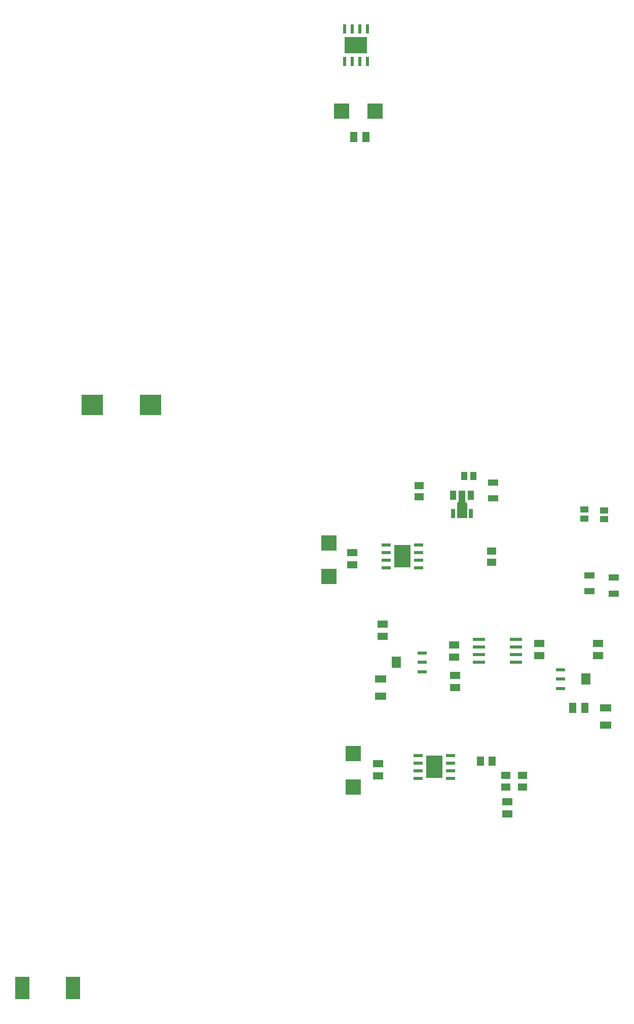
<source format=gtp>
G04 Layer_Color=8421504*
%FSLAX25Y25*%
%MOIN*%
G70*
G01*
G75*
%ADD10R,0.09842X0.09842*%
%ADD11R,0.05118X0.06693*%
%ADD12R,0.14961X0.10787*%
%ADD13R,0.02362X0.06102*%
%ADD14R,0.14370X0.13780*%
%ADD20R,0.05905X0.05118*%
%ADD21R,0.06693X0.05118*%
%ADD22R,0.07283X0.04921*%
%ADD23R,0.03937X0.05905*%
%ADD24R,0.02756X0.05905*%
%ADD25R,0.04331X0.05512*%
%ADD26R,0.05118X0.05905*%
%ADD27R,0.06693X0.04331*%
%ADD28R,0.05512X0.04331*%
%ADD29R,0.09842X0.09842*%
%ADD30R,0.05905X0.02362*%
%ADD31R,0.05905X0.07205*%
%ADD32R,0.07874X0.01968*%
%ADD33R,0.10787X0.14961*%
%ADD34R,0.06102X0.02362*%
%ADD35R,0.09449X0.14961*%
G36*
X588665Y464248D02*
X589945Y462968D01*
Y453323D01*
X583252D01*
Y462968D01*
X584531Y464248D01*
Y471433D01*
X588665D01*
X588665Y464248D01*
D02*
G37*
D10*
X507500Y720500D02*
D03*
X529500D02*
D03*
D11*
X515500Y703500D02*
D03*
X523500D02*
D03*
X667500Y328500D02*
D03*
X659500D02*
D03*
D12*
X516772Y764091D02*
D03*
D13*
X509390Y774720D02*
D03*
X514409D02*
D03*
X519429D02*
D03*
X524449D02*
D03*
Y753461D02*
D03*
X519429D02*
D03*
X514409D02*
D03*
X509390D02*
D03*
D14*
X381594Y527500D02*
D03*
X343406D02*
D03*
D20*
X626500Y284240D02*
D03*
Y276760D02*
D03*
X615500Y284240D02*
D03*
Y276760D02*
D03*
X606000Y431740D02*
D03*
Y424260D02*
D03*
X558500Y467260D02*
D03*
Y474740D02*
D03*
D21*
X616500Y267000D02*
D03*
Y259000D02*
D03*
X676000Y363000D02*
D03*
Y371000D02*
D03*
X581500Y370000D02*
D03*
Y362000D02*
D03*
X531500Y292000D02*
D03*
Y284000D02*
D03*
X514500Y430500D02*
D03*
Y422500D02*
D03*
X582000Y350000D02*
D03*
Y342000D02*
D03*
X534500Y375500D02*
D03*
Y383500D02*
D03*
X637500Y371000D02*
D03*
Y363000D02*
D03*
D22*
X681000Y328610D02*
D03*
Y317390D02*
D03*
X533000Y347610D02*
D03*
Y336390D02*
D03*
D23*
X586992Y457063D02*
D03*
X580693Y468480D02*
D03*
X592504D02*
D03*
D24*
X580693Y456276D02*
D03*
X592504D02*
D03*
D25*
X593953Y481000D02*
D03*
X588047D02*
D03*
D26*
X606240Y293500D02*
D03*
X598760D02*
D03*
D27*
X670500Y415815D02*
D03*
Y405185D02*
D03*
X686500Y414315D02*
D03*
Y403685D02*
D03*
X607000Y476815D02*
D03*
Y466185D02*
D03*
D28*
X667000Y458953D02*
D03*
Y453047D02*
D03*
X680000Y458453D02*
D03*
Y452547D02*
D03*
D29*
X515000Y276500D02*
D03*
Y298500D02*
D03*
X499000Y415000D02*
D03*
Y437000D02*
D03*
D30*
X651268Y341319D02*
D03*
Y347500D02*
D03*
Y353681D02*
D03*
X560232Y364681D02*
D03*
Y358500D02*
D03*
Y352319D02*
D03*
D31*
X668000Y347500D02*
D03*
X543500Y358500D02*
D03*
D32*
X622205Y373500D02*
D03*
Y368500D02*
D03*
Y363500D02*
D03*
Y358500D02*
D03*
X597795D02*
D03*
Y363500D02*
D03*
Y368500D02*
D03*
Y373500D02*
D03*
D33*
X547409Y428311D02*
D03*
X568500Y290000D02*
D03*
D34*
X536779Y435693D02*
D03*
Y430673D02*
D03*
Y425654D02*
D03*
Y420634D02*
D03*
X558039D02*
D03*
Y425654D02*
D03*
Y430673D02*
D03*
Y435693D02*
D03*
X579130Y297382D02*
D03*
Y292362D02*
D03*
Y287343D02*
D03*
Y282323D02*
D03*
X557870D02*
D03*
Y287343D02*
D03*
Y292362D02*
D03*
Y297382D02*
D03*
D35*
X330634Y144500D02*
D03*
X297366D02*
D03*
M02*

</source>
